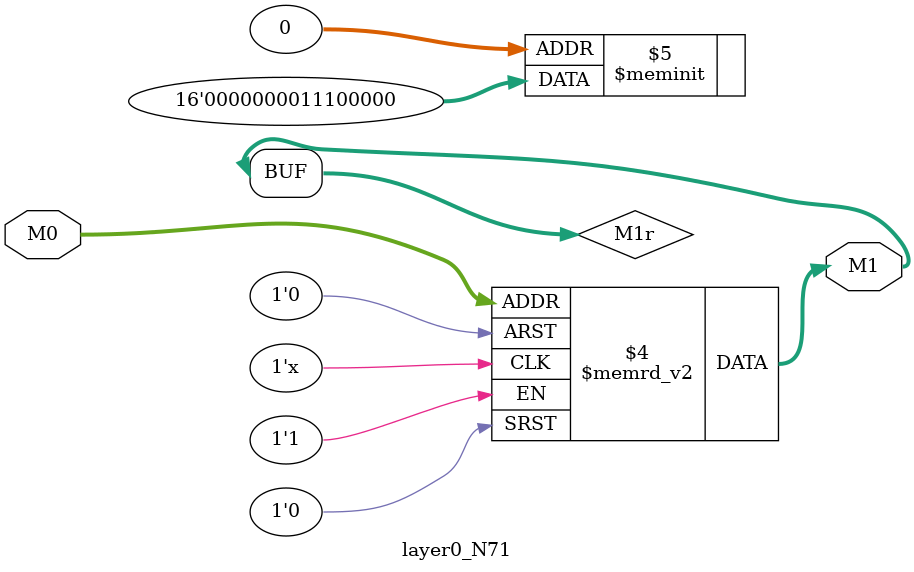
<source format=v>
module layer0_N71 ( input [2:0] M0, output [1:0] M1 );

	(*rom_style = "distributed" *) reg [1:0] M1r;
	assign M1 = M1r;
	always @ (M0) begin
		case (M0)
			3'b000: M1r = 2'b00;
			3'b100: M1r = 2'b00;
			3'b010: M1r = 2'b10;
			3'b110: M1r = 2'b00;
			3'b001: M1r = 2'b00;
			3'b101: M1r = 2'b00;
			3'b011: M1r = 2'b11;
			3'b111: M1r = 2'b00;

		endcase
	end
endmodule

</source>
